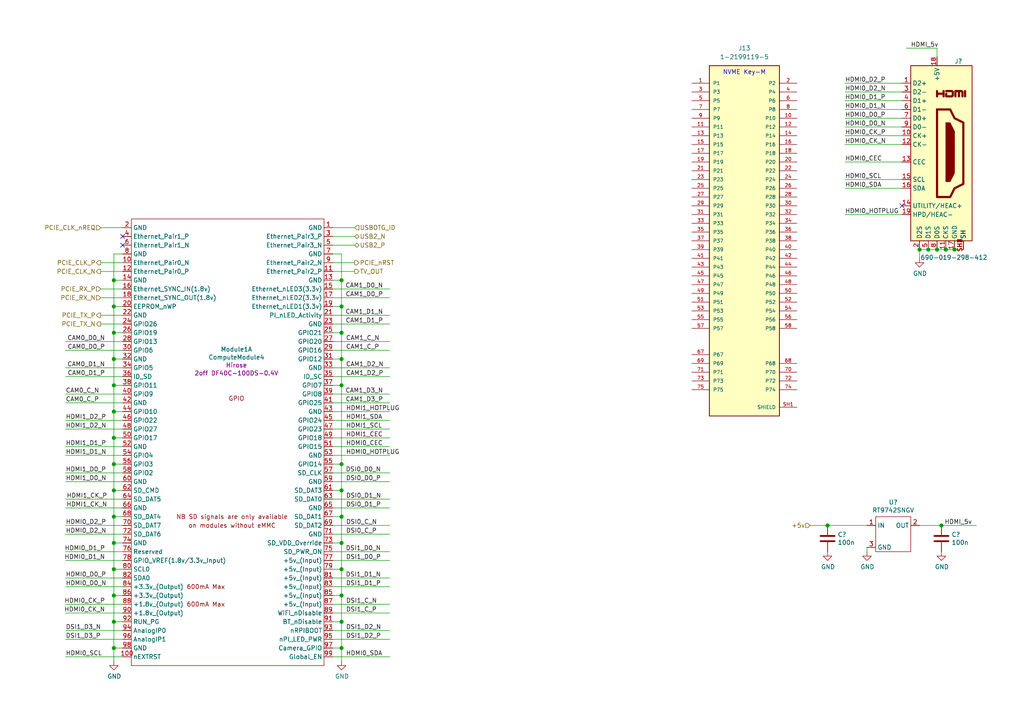
<source format=kicad_sch>
(kicad_sch (version 20250114) (generator "eeschema") (generator_version "9.0")
  (paper "A4")
  (lib_symbols
    (symbol "1-2199119-5:1-2199119-5" (pin_names (offset 1.016))
      (property "Reference" "J" (at -10.1938 51.7746 0))
      (property "Value" "1-2199119-5" (at -10.1934 -53.5506 0))
      (symbol "1-2199119-5_0_0"
        (rectangle (start -10.16 -50.8) (end 10.16 50.8) (stroke (width 0.254)) (fill (type background)))
        (pin passive line (at -15.24 45.72 0) (length 5.08) (name "P1") (number "1"))
        (pin passive line (at -15.24 43.18 0) (length 5.08) (name "P3") (number "3"))
        (pin passive line (at -15.24 40.64 0) (length 5.08) (name "P5") (number "5"))
        (pin passive line (at -15.24 38.1 0) (length 5.08) (name "P7") (number "7"))
        (pin passive line (at -15.24 35.56 0) (length 5.08) (name "P9") (number "9"))
        (pin passive line (at -15.24 33.02 0) (length 5.08) (name "P11") (number "11"))
        (pin passive line (at -15.24 30.48 0) (length 5.08) (name "P13") (number "13"))
        (pin passive line (at -15.24 27.94 0) (length 5.08) (name "P15") (number "15"))
        (pin passive line (at -15.24 25.4 0) (length 5.08) (name "P17") (number "17"))
        (pin passive line (at -15.24 22.86 0) (length 5.08) (name "P19") (number "19"))
        (pin passive line (at -15.24 20.32 0) (length 5.08) (name "P21") (number "21"))
        (pin passive line (at -15.24 17.78 0) (length 5.08) (name "P23") (number "23"))
        (pin passive line (at -15.24 15.24 0) (length 5.08) (name "P25") (number "25"))
        (pin passive line (at -15.24 12.7 0) (length 5.08) (name "P27") (number "27"))
        (pin passive line (at -15.24 10.16 0) (length 5.08) (name "P29") (number "29"))
        (pin passive line (at -15.24 7.62 0) (length 5.08) (name "P31") (number "31"))
        (pin passive line (at -15.24 5.08 0) (length 5.08) (name "P33") (number "33"))
        (pin passive line (at -15.24 2.54 0) (length 5.08) (name "P35") (number "35"))
        (pin passive line (at -15.24 0 0) (length 5.08) (name "P37") (number "37"))
        (pin passive line (at -15.24 -2.54 0) (length 5.08) (name "P39") (number "39"))
        (pin passive line (at -15.24 -5.08 0) (length 5.08) (name "P41") (number "41"))
        (pin passive line (at -15.24 -7.62 0) (length 5.08) (name "P43") (number "43"))
        (pin passive line (at -15.24 -10.16 0) (length 5.08) (name "P45") (number "45"))
        (pin passive line (at -15.24 -12.7 0) (length 5.08) (name "P47") (number "47"))
        (pin passive line (at -15.24 -15.24 0) (length 5.08) (name "P49") (number "49"))
        (pin passive line (at -15.24 -17.78 0) (length 5.08) (name "P51") (number "51"))
        (pin passive line (at -15.24 -20.32 0) (length 5.08) (name "P53") (number "53"))
        (pin passive line (at -15.24 -22.86 0) (length 5.08) (name "P55") (number "55"))
        (pin passive line (at -15.24 -25.4 0) (length 5.08) (name "P57") (number "57"))
        (pin passive line (at -15.24 -33.02 0) (length 5.08) (name "P67") (number "67"))
        (pin passive line (at -15.24 -35.56 0) (length 5.08) (name "P69") (number "69"))
        (pin passive line (at -15.24 -38.1 0) (length 5.08) (name "P71") (number "71"))
        (pin passive line (at -15.24 -40.64 0) (length 5.08) (name "P73") (number "73"))
        (pin passive line (at -15.24 -43.18 0) (length 5.08) (name "P75") (number "75"))
        (pin passive line (at 15.24 45.72 180) (length 5.08) (name "P2") (number "2"))
        (pin passive line (at 15.24 43.18 180) (length 5.08) (name "P4") (number "4"))
        (pin passive line (at 15.24 40.64 180) (length 5.08) (name "P6") (number "6"))
        (pin passive line (at 15.24 38.1 180) (length 5.08) (name "P8") (number "8"))
        (pin passive line (at 15.24 35.56 180) (length 5.08) (name "P10") (number "10"))
        (pin passive line (at 15.24 33.02 180) (length 5.08) (name "P12") (number "12"))
        (pin passive line (at 15.24 30.48 180) (length 5.08) (name "P14") (number "14"))
        (pin passive line (at 15.24 27.94 180) (length 5.08) (name "P16") (number "16"))
        (pin passive line (at 15.24 25.4 180) (length 5.08) (name "P18") (number "18"))
        (pin passive line (at 15.24 22.86 180) (length 5.08) (name "P20") (number "20"))
        (pin passive line (at 15.24 20.32 180) (length 5.08) (name "P22") (number "22"))
        (pin passive line (at 15.24 17.78 180) (length 5.08) (name "P24") (number "24"))
        (pin passive line (at 15.24 15.24 180) (length 5.08) (name "P26") (number "26"))
        (pin passive line (at 15.24 12.7 180) (length 5.08) (name "P28") (number "28"))
        (pin passive line (at 15.24 10.16 180) (length 5.08) (name "P30") (number "30"))
        (pin passive line (at 15.24 7.62 180) (length 5.08) (name "P32") (number "32"))
        (pin passive line (at 15.24 5.08 180) (length 5.08) (name "P34") (number "34"))
        (pin passive line (at 15.24 2.54 180) (length 5.08) (name "P36") (number "36"))
        (pin passive line (at 15.24 0 180) (length 5.08) (name "P38") (number "38"))
        (pin passive line (at 15.24 -2.54 180) (length 5.08) (name "P40") (number "40"))
        (pin passive line (at 15.24 -5.08 180) (length 5.08) (name "P42") (number "42"))
        (pin passive line (at 15.24 -7.62 180) (length 5.08) (name "P44") (number "44"))
        (pin passive line (at 15.24 -10.16 180) (length 5.08) (name "P46") (number "46"))
        (pin passive line (at 15.24 -12.7 180) (length 5.08) (name "P48") (number "48"))
        (pin passive line (at 15.24 -15.24 180) (length 5.08) (name "P50") (number "50"))
        (pin passive line (at 15.24 -17.78 180) (length 5.08) (name "P52") (number "52"))
        (pin passive line (at 15.24 -20.32 180) (length 5.08) (name "P54") (number "54"))
        (pin passive line (at 15.24 -22.86 180) (length 5.08) (name "P56") (number "56"))
        (pin passive line (at 15.24 -25.4 180) (length 5.08) (name "P58") (number "58"))
        (pin passive line (at 15.24 -35.56 180) (length 5.08) (name "P68") (number "68"))
        (pin passive line (at 15.24 -38.1 180) (length 5.08) (name "P70") (number "70"))
        (pin passive line (at 15.24 -40.64 180) (length 5.08) (name "P72") (number "72"))
        (pin passive line (at 15.24 -43.18 180) (length 5.08) (name "P74") (number "74"))
        (pin passive line (at 15.24 -48.26 180) (length 5.08) (name "SHIELD") (number "SH1"))
        (pin passive line (at 15.24 -48.26 180) (length 5.08) (hide yes) (name "SHIELD") (number "SH2"))
      )
    )
    (symbol "CM4IO:ComputeModule4-CM4"
      (property "Reference" "Module" (at 113.03 -68.58 0))
      (property "Value" "ComputeModule4-CM4" (at 140.97 2.54 0))
      (property "Field4" "Hirose" (at 0 0 0))
      (property "Field5" "2x DF40C-100DS-0.4V" (at 0 -2.54 0))
      (symbol "ComputeModule4-CM4_1_0"
        (text "GPIO" (at 0 6.35 0) (effects (font (size 1.27 1.27))))
      )
      (symbol "ComputeModule4-CM4_1_1"
        (rectangle (start -30.48 -71.12) (end 25.4 58.42))
        (text "600mA Max" (at -8.89 -48.26 0) (effects (font (size 1.27 1.27))))
        (text "600mA Max" (at -8.89 -53.34 0) (effects (font (size 1.27 1.27))))
        (text "NB SD signals are only available" (at -1.27 -27.94 0) (effects (font (size 1.27 1.27))))
        (text "on modules without eMMC" (at -1.27 -30.48 0) (effects (font (size 1.27 1.27))))
        (pin power_in line (at -33.02 55.88 0) (length 2.54) (name "GND") (number "2"))
        (pin passive line (at -33.02 53.34 0) (length 2.54) (name "Ethernet_Pair1_P") (number "4"))
        (pin passive line (at -33.02 50.8 0) (length 2.54) (name "Ethernet_Pair1_N") (number "6"))
        (pin power_in line (at -33.02 48.26 0) (length 2.54) (name "GND") (number "8"))
        (pin passive line (at -33.02 45.72 0) (length 2.54) (name "Ethernet_Pair0_N") (number "10"))
        (pin passive line (at -33.02 43.18 0) (length 2.54) (name "Ethernet_Pair0_P") (number "12"))
        (pin power_in line (at -33.02 40.64 0) (length 2.54) (name "GND") (number "14"))
        (pin input line (at -33.02 38.1 0) (length 2.54) (name "Ethernet_SYNC_IN(1.8v)") (number "16"))
        (pin input line (at -33.02 35.56 0) (length 2.54) (name "Ethernet_SYNC_OUT(1.8v)") (number "18"))
        (pin passive line (at -33.02 33.02 0) (length 2.54) (name "EEPROM_nWP") (number "20"))
        (pin power_in line (at -33.02 30.48 0) (length 2.54) (name "GND") (number "22"))
        (pin passive line (at -33.02 27.94 0) (length 2.54) (name "GPIO26") (number "24"))
        (pin passive line (at -33.02 25.4 0) (length 2.54) (name "GPIO19") (number "26"))
        (pin passive line (at -33.02 22.86 0) (length 2.54) (name "GPIO13") (number "28"))
        (pin passive line (at -33.02 20.32 0) (length 2.54) (name "GPIO6") (number "30"))
        (pin power_in line (at -33.02 17.78 0) (length 2.54) (name "GND") (number "32"))
        (pin passive line (at -33.02 15.24 0) (length 2.54) (name "GPIO5") (number "34"))
        (pin passive line (at -33.02 12.7 0) (length 2.54) (name "ID_SD") (number "36"))
        (pin passive line (at -33.02 10.16 0) (length 2.54) (name "GPIO11") (number "38"))
        (pin passive line (at -33.02 7.62 0) (length 2.54) (name "GPIO9") (number "40"))
        (pin power_in line (at -33.02 5.08 0) (length 2.54) (name "GND") (number "42"))
        (pin passive line (at -33.02 2.54 0) (length 2.54) (name "GPIO10") (number "44"))
        (pin passive line (at -33.02 0 0) (length 2.54) (name "GPIO22") (number "46"))
        (pin passive line (at -33.02 -2.54 0) (length 2.54) (name "GPIO27") (number "48"))
        (pin passive line (at -33.02 -5.08 0) (length 2.54) (name "GPIO17") (number "50"))
        (pin power_in line (at -33.02 -7.62 0) (length 2.54) (name "GND") (number "52"))
        (pin passive line (at -33.02 -10.16 0) (length 2.54) (name "GPIO4") (number "54"))
        (pin passive line (at -33.02 -12.7 0) (length 2.54) (name "GPIO3") (number "56"))
        (pin passive line (at -33.02 -15.24 0) (length 2.54) (name "GPIO2") (number "58"))
        (pin power_in line (at -33.02 -17.78 0) (length 2.54) (name "GND") (number "60"))
        (pin passive line (at -33.02 -20.32 0) (length 2.54) (name "SD_CMD") (number "62"))
        (pin passive line (at -33.02 -22.86 0) (length 2.54) (name "SD_DAT5") (number "64"))
        (pin power_in line (at -33.02 -25.4 0) (length 2.54) (name "GND") (number "66"))
        (pin passive line (at -33.02 -27.94 0) (length 2.54) (name "SD_DAT4") (number "68"))
        (pin passive line (at -33.02 -30.48 0) (length 2.54) (name "SD_DAT7") (number "70"))
        (pin passive line (at -33.02 -33.02 0) (length 2.54) (name "SD_DAT6") (number "72"))
        (pin power_in line (at -33.02 -35.56 0) (length 2.54) (name "GND") (number "74"))
        (pin passive line (at -33.02 -38.1 0) (length 2.54) (name "Reserved") (number "76"))
        (pin power_in line (at -33.02 -40.64 0) (length 2.54) (name "GPIO_VREF(1.8v/3.3v_Input)") (number "78"))
        (pin passive line (at -33.02 -43.18 0) (length 2.54) (name "SCL0") (number "80"))
        (pin passive line (at -33.02 -45.72 0) (length 2.54) (name "SDA0") (number "82"))
        (pin power_out line (at -33.02 -48.26 0) (length 2.54) (name "+3.3v_(Output)") (number "84"))
        (pin power_out line (at -33.02 -50.8 0) (length 2.54) (name "+3.3v_(Output)") (number "86"))
        (pin power_out line (at -33.02 -53.34 0) (length 2.54) (name "+1.8v_(Output)") (number "88"))
        (pin power_out line (at -33.02 -55.88 0) (length 2.54) (name "+1.8v_(Output)") (number "90"))
        (pin passive line (at -33.02 -58.42 0) (length 2.54) (name "RUN_PG") (number "92"))
        (pin passive line (at -33.02 -60.96 0) (length 2.54) (name "AnalogIP0") (number "94"))
        (pin passive line (at -33.02 -63.5 0) (length 2.54) (name "AnalogIP1") (number "96"))
        (pin power_in line (at -33.02 -66.04 0) (length 2.54) (name "GND") (number "98"))
        (pin output line (at -33.02 -68.58 0) (length 2.54) (name "nEXTRST") (number "100"))
        (pin power_in line (at 27.94 55.88 180) (length 2.54) (name "GND") (number "1"))
        (pin passive line (at 27.94 53.34 180) (length 2.54) (name "Ethernet_Pair3_P") (number "3"))
        (pin passive line (at 27.94 50.8 180) (length 2.54) (name "Ethernet_Pair3_N") (number "5"))
        (pin power_in line (at 27.94 48.26 180) (length 2.54) (name "GND") (number "7"))
        (pin passive line (at 27.94 45.72 180) (length 2.54) (name "Ethernet_Pair2_N") (number "9"))
        (pin passive line (at 27.94 43.18 180) (length 2.54) (name "Ethernet_Pair2_P") (number "11"))
        (pin power_in line (at 27.94 40.64 180) (length 2.54) (name "GND") (number "13"))
        (pin output line (at 27.94 38.1 180) (length 2.54) (name "Ethernet_nLED3(3.3v)") (number "15"))
        (pin output line (at 27.94 35.56 180) (length 2.54) (name "Ethernet_nLED2(3.3v)") (number "17"))
        (pin output line (at 27.94 33.02 180) (length 2.54) (name "Ethernet_nLED1(3.3v)") (number "19"))
        (pin open_collector line (at 27.94 30.48 180) (length 2.54) (name "PI_nLED_Activity") (number "21"))
        (pin power_in line (at 27.94 27.94 180) (length 2.54) (name "GND") (number "23"))
        (pin passive line (at 27.94 25.4 180) (length 2.54) (name "GPIO21") (number "25"))
        (pin passive line (at 27.94 22.86 180) (length 2.54) (name "GPIO20") (number "27"))
        (pin passive line (at 27.94 20.32 180) (length 2.54) (name "GPIO16") (number "29"))
        (pin passive line (at 27.94 17.78 180) (length 2.54) (name "GPIO12") (number "31"))
        (pin power_in line (at 27.94 15.24 180) (length 2.54) (name "GND") (number "33"))
        (pin passive line (at 27.94 12.7 180) (length 2.54) (name "ID_SC") (number "35"))
        (pin passive line (at 27.94 10.16 180) (length 2.54) (name "GPIO7") (number "37"))
        (pin passive line (at 27.94 7.62 180) (length 2.54) (name "GPIO8") (number "39"))
        (pin passive line (at 27.94 5.08 180) (length 2.54) (name "GPIO25") (number "41"))
        (pin power_in line (at 27.94 2.54 180) (length 2.54) (name "GND") (number "43"))
        (pin passive line (at 27.94 0 180) (length 2.54) (name "GPIO24") (number "45"))
        (pin passive line (at 27.94 -2.54 180) (length 2.54) (name "GPIO23") (number "47"))
        (pin passive line (at 27.94 -5.08 180) (length 2.54) (name "GPIO18") (number "49"))
        (pin passive line (at 27.94 -7.62 180) (length 2.54) (name "GPIO15") (number "51"))
        (pin power_in line (at 27.94 -10.16 180) (length 2.54) (name "GND") (number "53"))
        (pin passive line (at 27.94 -12.7 180) (length 2.54) (name "GPIO14") (number "55"))
        (pin passive line (at 27.94 -15.24 180) (length 2.54) (name "SD_CLK") (number "57"))
        (pin power_in line (at 27.94 -17.78 180) (length 2.54) (name "GND") (number "59"))
        (pin passive line (at 27.94 -20.32 180) (length 2.54) (name "SD_DAT3") (number "61"))
        (pin passive line (at 27.94 -22.86 180) (length 2.54) (name "SD_DAT0") (number "63"))
        (pin power_in line (at 27.94 -25.4 180) (length 2.54) (name "GND") (number "65"))
        (pin passive line (at 27.94 -27.94 180) (length 2.54) (name "SD_DAT1") (number "67"))
        (pin passive line (at 27.94 -30.48 180) (length 2.54) (name "SD_DAT2") (number "69"))
        (pin power_in line (at 27.94 -33.02 180) (length 2.54) (name "GND") (number "71"))
        (pin input line (at 27.94 -35.56 180) (length 2.54) (name "SD_VDD_Override") (number "73"))
        (pin output line (at 27.94 -38.1 180) (length 2.54) (name "SD_PWR_ON") (number "75"))
        (pin power_in line (at 27.94 -40.64 180) (length 2.54) (name "+5v_(Input)") (number "77"))
        (pin power_in line (at 27.94 -43.18 180) (length 2.54) (name "+5v_(Input)") (number "79"))
        (pin power_in line (at 27.94 -45.72 180) (length 2.54) (name "+5v_(Input)") (number "81"))
        (pin power_in line (at 27.94 -48.26 180) (length 2.54) (name "+5v_(Input)") (number "83"))
        (pin power_in line (at 27.94 -50.8 180) (length 2.54) (name "+5v_(Input)") (number "85"))
        (pin power_in line (at 27.94 -53.34 180) (length 2.54) (name "+5v_(Input)") (number "87"))
        (pin power_in line (at 27.94 -55.88 180) (length 2.54) (name "WiFi_nDisable") (number "89"))
        (pin power_in line (at 27.94 -58.42 180) (length 2.54) (name "BT_nDisable") (number "91"))
        (pin input line (at 27.94 -60.96 180) (length 2.54) (name "nRPIBOOT") (number "93"))
        (pin output line (at 27.94 -63.5 180) (length 2.54) (name "nPI_LED_PWR") (number "95"))
        (pin passive line (at 27.94 -66.04 180) (length 2.54) (name "Camera_GPIO") (number "97"))
        (pin input line (at 27.94 -68.58 180) (length 2.54) (name "Global_EN") (number "99"))
      )
      (symbol "ComputeModule4-CM4_2_1"
        (rectangle (start 114.3 -66.04) (end 165.1 63.5))
        (text "High Speed Serial" (at 140.97 0 0) (effects (font (size 1.27 1.27))))
        (pin input line (at 109.22 60.96 0) (length 5.08) (name "PCIe_CLK_nREQ") (number "102"))
        (pin passive line (at 109.22 58.42 0) (length 5.08) (name "Reserved") (number "104"))
        (pin passive line (at 109.22 55.88 0) (length 5.08) (name "Reserved") (number "106"))
        (pin power_in line (at 109.22 53.34 0) (length 5.08) (name "GND") (number "108"))
        (pin output line (at 109.22 50.8 0) (length 5.08) (name "PCIe_CLK_P") (number "110"))
        (pin output line (at 109.22 48.26 0) (length 5.08) (name "PCIe_CLK_N") (number "112"))
        (pin power_in line (at 109.22 45.72 0) (length 5.08) (name "GND") (number "114"))
        (pin input line (at 109.22 43.18 0) (length 5.08) (name "PCIe_RX_P") (number "116"))
        (pin input line (at 109.22 40.64 0) (length 5.08) (name "PCIe_RX_N") (number "118"))
        (pin power_in line (at 109.22 38.1 0) (length 5.08) (name "GND") (number "120"))
        (pin output line (at 109.22 35.56 0) (length 5.08) (name "PCIe_TX_P") (number "122"))
        (pin output line (at 109.22 33.02 0) (length 5.08) (name "PCIe_TX_N") (number "124"))
        (pin power_in line (at 109.22 30.48 0) (length 5.08) (name "GND") (number "126"))
        (pin input line (at 109.22 27.94 0) (length 5.08) (name "CAM0_D0_N") (number "128"))
        (pin input line (at 109.22 25.4 0) (length 5.08) (name "CAM0_D0_P") (number "130"))
        (pin power_in line (at 109.22 22.86 0) (length 5.08) (name "GND") (number "132"))
        (pin input line (at 109.22 20.32 0) (length 5.08) (name "CAM0_D1_N") (number "134"))
        (pin input line (at 109.22 17.78 0) (length 5.08) (name "CAM0_D1_P") (number "136"))
        (pin power_in line (at 109.22 15.24 0) (length 5.08) (name "GND") (number "138"))
        (pin input line (at 109.22 12.7 0) (length 5.08) (name "CAM0_C_N") (number "140"))
        (pin input line (at 109.22 10.16 0) (length 5.08) (name "CAM0_C_P") (number "142"))
        (pin power_in line (at 109.22 7.62 0) (length 5.08) (name "GND") (number "144"))
        (pin output line (at 109.22 5.08 0) (length 5.08) (name "HDMI1_TX2_P") (number "146"))
        (pin output line (at 109.22 2.54 0) (length 5.08) (name "HDMI1_TX2_N") (number "148"))
        (pin power_in line (at 109.22 0 0) (length 5.08) (name "GND") (number "150"))
        (pin output line (at 109.22 -2.54 0) (length 5.08) (name "HDMI1_TX1_P") (number "152"))
        (pin output line (at 109.22 -5.08 0) (length 5.08) (name "HDMI1_TX1_N") (number "154"))
        (pin power_in line (at 109.22 -7.62 0) (length 5.08) (name "GND") (number "156"))
        (pin output line (at 109.22 -10.16 0) (length 5.08) (name "HDMI1_TX0_P") (number "158"))
        (pin output line (at 109.22 -12.7 0) (length 5.08) (name "HDMI1_TX0_N") (number "160"))
        (pin power_in line (at 109.22 -15.24 0) (length 5.08) (name "GND") (number "162"))
        (pin output line (at 109.22 -17.78 0) (length 5.08) (name "HDMI1_CLK_P") (number "164"))
        (pin output line (at 109.22 -20.32 0) (length 5.08) (name "HDMI1_CLK_N") (number "166"))
        (pin power_in line (at 109.22 -22.86 0) (length 5.08) (name "GND") (number "168"))
        (pin output line (at 109.22 -25.4 0) (length 5.08) (name "HDMI0_TX2_P") (number "170"))
        (pin output line (at 109.22 -27.94 0) (length 5.08) (name "HDMI0_TX2_N") (number "172"))
        (pin power_in line (at 109.22 -30.48 0) (length 5.08) (name "GND") (number "174"))
        (pin output line (at 109.22 -33.02 0) (length 5.08) (name "HDMI0_TX1_P") (number "176"))
        (pin output line (at 109.22 -35.56 0) (length 5.08) (name "HDMI0_TX1_N") (number "178"))
        (pin power_in line (at 109.22 -38.1 0) (length 5.08) (name "GND") (number "180"))
        (pin output line (at 109.22 -40.64 0) (length 5.08) (name "HDMI0_TX0_P") (number "182"))
        (pin output line (at 109.22 -43.18 0) (length 5.08) (name "HDMI0_TX0_N") (number "184"))
        (pin power_in line (at 109.22 -45.72 0) (length 5.08) (name "GND") (number "186"))
        (pin output line (at 109.22 -48.26 0) (length 5.08) (name "HDMI0_CLK_P") (number "188"))
        (pin output line (at 109.22 -50.8 0) (length 5.08) (name "HDMI0_CLK_N") (number "190"))
        (pin power_in line (at 109.22 -53.34 0) (length 5.08) (name "GND") (number "192"))
        (pin output line (at 109.22 -55.88 0) (length 5.08) (name "DSI1_D3_N") (number "194"))
        (pin output line (at 109.22 -58.42 0) (length 5.08) (name "DSI1_D3_P") (number "196"))
        (pin power_in line (at 109.22 -60.96 0) (length 5.08) (name "GND") (number "198"))
        (pin open_collector line (at 109.22 -63.5 0) (length 5.08) (name "HDMI0_SCL") (number "200"))
        (pin input line (at 170.18 60.96 180) (length 5.08) (name "USB_OTG_ID") (number "101"))
        (pin passive line (at 170.18 58.42 180) (length 5.08) (name "USB2_N") (number "103"))
        (pin passive line (at 170.18 55.88 180) (length 5.08) (name "USB2_P") (number "105"))
        (pin power_in line (at 170.18 53.34 180) (length 5.08) (name "GND") (number "107"))
        (pin bidirectional line (at 170.18 50.8 180) (length 5.08) (name "PCIe_nRST") (number "109"))
        (pin passive line (at 170.18 48.26 180) (length 5.08) (name "VDAC_COMP") (number "111"))
        (pin power_in line (at 170.18 45.72 180) (length 5.08) (name "GND") (number "113"))
        (pin input line (at 170.18 43.18 180) (length 5.08) (name "CAM1_D0_N") (number "115"))
        (pin input line (at 170.18 40.64 180) (length 5.08) (name "CAM1_D0_P") (number "117"))
        (pin power_in line (at 170.18 38.1 180) (length 5.08) (name "GND") (number "119"))
        (pin input line (at 170.18 35.56 180) (length 5.08) (name "CAM1_D1_N") (number "121"))
        (pin input line (at 170.18 33.02 180) (length 5.08) (name "CAM1_D1_P") (number "123"))
        (pin power_in line (at 170.18 30.48 180) (length 5.08) (name "GND") (number "125"))
        (pin input line (at 170.18 27.94 180) (length 5.08) (name "CAM1_C_N") (number "127"))
        (pin input line (at 170.18 25.4 180) (length 5.08) (name "CAM1_C_P") (number "129"))
        (pin power_in line (at 170.18 22.86 180) (length 5.08) (name "GND") (number "131"))
        (pin input line (at 170.18 20.32 180) (length 5.08) (name "CAM1_D2_N") (number "133"))
        (pin input line (at 170.18 17.78 180) (length 5.08) (name "CAM1_D2_P") (number "135"))
        (pin power_in line (at 170.18 15.24 180) (length 5.08) (name "GND") (number "137"))
        (pin input line (at 170.18 12.7 180) (length 5.08) (name "CAM1_D3_N") (number "139"))
        (pin input line (at 170.18 10.16 180) (length 5.08) (name "CAM1_D3_P") (number "141"))
        (pin input line (at 170.18 7.62 180) (length 5.08) (name "HDMI1_HOTPLUG") (number "143"))
        (pin bidirectional line (at 170.18 5.08 180) (length 5.08) (name "HDMI1_SDA") (number "145"))
        (pin open_collector line (at 170.18 2.54 180) (length 5.08) (name "HDMI1_SCL") (number "147"))
        (pin open_collector line (at 170.18 0 180) (length 5.08) (name "HDMI1_CEC") (number "149"))
        (pin open_collector line (at 170.18 -2.54 180) (length 5.08) (name "HDMI0_CEC") (number "151"))
        (pin input line (at 170.18 -5.08 180) (length 5.08) (name "HDMI0_HOTPLUG") (number "153"))
        (pin power_in line (at 170.18 -7.62 180) (length 5.08) (name "GND") (number "155"))
        (pin output line (at 170.18 -10.16 180) (length 5.08) (name "DSI0_D0_N") (number "157"))
        (pin output line (at 170.18 -12.7 180) (length 5.08) (name "DSI0_D0_P") (number "159"))
        (pin power_in line (at 170.18 -15.24 180) (length 5.08) (name "GND") (number "161"))
        (pin output line (at 170.18 -17.78 180) (length 5.08) (name "DSI0_D1_N") (number "163"))
        (pin output line (at 170.18 -20.32 180) (length 5.08) (name "DSI0_D1_P") (number "165"))
        (pin power_in line (at 170.18 -22.86 180) (length 5.08) (name "GND") (number "167"))
        (pin output line (at 170.18 -25.4 180) (length 5.08) (name "DSI0_C_N") (number "169"))
        (pin output line (at 170.18 -27.94 180) (length 5.08) (name "DSI0_C_P") (number "171"))
        (pin power_in line (at 170.18 -30.48 180) (length 5.08) (name "GND") (number "173"))
        (pin output line (at 170.18 -33.02 180) (length 5.08) (name "DSI1_D0_N") (number "175"))
        (pin output line (at 170.18 -35.56 180) (length 5.08) (name "DSI1_D0_P") (number "177"))
        (pin power_in line (at 170.18 -38.1 180) (length 5.08) (name "GND") (number "179"))
        (pin output line (at 170.18 -40.64 180) (length 5.08) (name "DSI1_D1_N") (number "181"))
        (pin output line (at 170.18 -43.18 180) (length 5.08) (name "DSI1_D1_P") (number "183"))
        (pin power_in line (at 170.18 -45.72 180) (length 5.08) (name "GND") (number "185"))
        (pin output line (at 170.18 -48.26 180) (length 5.08) (name "DSI1_C_N") (number "187"))
        (pin output line (at 170.18 -50.8 180) (length 5.08) (name "DSI1_C_P") (number "189"))
        (pin power_in line (at 170.18 -53.34 180) (length 5.08) (name "GND") (number "191"))
        (pin output line (at 170.18 -55.88 180) (length 5.08) (name "DSI1_D2_N") (number "193"))
        (pin output line (at 170.18 -58.42 180) (length 5.08) (name "DSI1_D2_P") (number "195"))
        (pin power_in line (at 170.18 -60.96 180) (length 5.08) (name "GND") (number "197"))
        (pin bidirectional line (at 170.18 -63.5 180) (length 5.08) (name "HDMI0_SDA") (number "199"))
      )
    )
    (symbol "CM4IO:HDMI_A_1.4"
      (property "Reference" "J" (at -6.35 26.67 0))
      (property "Value" "HDMI_A_1.4" (at 10.16 26.67 0))
      (symbol "HDMI_A_1.4_0_0"
        (polyline (pts (xy 0 16.51) (xy 0 18.034) (xy 0 17.272) (xy 1.905 17.272) (xy 1.905 18.034) (xy 1.905 16.51)) (stroke (width 0.635)))
        (polyline (pts (xy 2.667 18.034) (xy 4.318 18.034) (xy 4.572 17.78) (xy 4.572 16.764) (xy 4.318 16.51) (xy 2.667 16.51) (xy 2.667 17.272)) (stroke (width 0.635)))
        (polyline (pts (xy 8.128 16.51) (xy 8.128 18.034)) (stroke (width 0.635)))
        (pin passive line (at 7.62 -27.94 90) (length 2.54) (name "SH") (number "SH2"))
        (pin passive line (at 7.62 -27.94 90) (length 2.54) (name "SH") (number "SH3"))
        (pin passive line (at 7.62 -27.94 90) (length 2.54) (name "SH") (number "SH4"))
      )
      (symbol "HDMI_A_1.4_0_1"
        (rectangle (start -7.62 25.4) (end 10.16 -25.4) (stroke (width 0.254)) (fill (type background)))
        (polyline (pts (xy 0 12.7) (xy 0 -12.7) (xy 3.81 -12.7) (xy 5.08 -10.16) (xy 7.62 -8.89) (xy 7.62 8.89) (xy 5.08 10.16) (xy 3.81 12.7) (xy 0 12.7)) (stroke (width 0.635)))
        (polyline (pts (xy 2.54 8.89) (xy 3.81 8.89) (xy 5.08 6.35) (xy 5.08 -5.715) (xy 3.81 -8.255) (xy 2.54 -8.255) (xy 2.54 8.89)) (fill (type outline)))
        (polyline (pts (xy 5.334 16.51) (xy 5.334 18.034) (xy 6.35 18.034) (xy 6.35 16.51) (xy 6.35 18.034) (xy 7.112 18.034) (xy 7.366 17.78) (xy 7.366 16.51)) (stroke (width 0.635)))
      )
      (symbol "HDMI_A_1.4_1_1"
        (pin passive line (at -10.16 20.32 0) (length 2.54) (name "D2+") (number "1"))
        (pin passive line (at -10.16 17.78 0) (length 2.54) (name "D2-") (number "3"))
        (pin passive line (at -10.16 15.24 0) (length 2.54) (name "D1+") (number "4"))
        (pin passive line (at -10.16 12.7 0) (length 2.54) (name "D1-") (number "6"))
        (pin passive line (at -10.16 10.16 0) (length 2.54) (name "D0+") (number "7"))
        (pin passive line (at -10.16 7.62 0) (length 2.54) (name "D0-") (number "9"))
        (pin passive line (at -10.16 5.08 0) (length 2.54) (name "CK+") (number "10"))
        (pin passive line (at -10.16 2.54 0) (length 2.54) (name "CK-") (number "12"))
        (pin bidirectional line (at -10.16 -2.54 0) (length 2.54) (name "CEC") (number "13"))
        (pin passive line (at -10.16 -7.62 0) (length 2.54) (name "SCL") (number "15"))
        (pin bidirectional line (at -10.16 -10.16 0) (length 2.54) (name "SDA") (number "16"))
        (pin passive line (at -10.16 -15.24 0) (length 2.54) (name "UTILITY/HEAC+") (number "14"))
        (pin passive line (at -10.16 -17.78 0) (length 2.54) (name "HPD/HEAC-") (number "19"))
        (pin power_in line (at -5.08 -27.94 90) (length 2.54) (name "D2S") (number "2"))
        (pin power_in line (at -2.54 -27.94 90) (length 2.54) (name "D1S") (number "5"))
        (pin power_in line (at 0 27.94 270) (length 2.54) (name "+5V") (number "18"))
        (pin power_in line (at 0 -27.94 90) (length 2.54) (name "D0S") (number "8"))
        (pin power_in line (at 2.54 -27.94 90) (length 2.54) (name "CKS") (number "11"))
        (pin power_in line (at 5.08 -27.94 90) (length 2.54) (name "GND") (number "17"))
        (pin passive line (at 7.62 -27.94 90) (length 2.54) (name "SH") (number "SH1"))
      )
    )
    (symbol "CM4IO:RT9742SNGV"
      (property "Reference" "U12" (at 2.54 10.541 0))
      (property "Value" "RT9742SNGV" (at 2.54 8.2296 0))
      (symbol "RT9742SNGV_0_1"
        (rectangle (start -2.54 6.35) (end 7.62 -3.81))
      )
      (symbol "RT9742SNGV_1_1"
        (pin power_in line (at -5.08 3.81 0) (length 2.54) (name "IN") (number "1"))
        (pin power_in line (at -5.08 -2.54 0) (length 2.54) (name "GND") (number "3"))
        (pin output line (at 10.16 3.81 180) (length 2.54) (name "OUT") (number "2"))
      )
    )
    (symbol "Device:C" (pin_numbers (hide yes)) (pin_names (offset 0.254))
      (property "Reference" "C" (at 0.635 2.54 0))
      (property "Value" "C" (at 0.635 -2.54 0))
      (symbol "C_0_1"
        (polyline (pts (xy -2.032 0.762) (xy 2.032 0.762)) (stroke (width 0.508)))
        (polyline (pts (xy -2.032 -0.762) (xy 2.032 -0.762)) (stroke (width 0.508)))
      )
      (symbol "C_1_1"
        (pin passive line (at 0 3.81 270) (length 2.794) (name "~") (number "1"))
        (pin passive line (at 0 -3.81 90) (length 2.794) (name "~") (number "2"))
      )
    )
    (symbol "power:GND" (power) (pin_names (offset 0))
      (property "Value" "GND" (at 0 -3.81 0))
      (symbol "GND_0_1"
        (polyline (pts (xy 0 0) (xy 0 -1.27) (xy 1.27 -1.27) (xy 0 -2.54) (xy -1.27 -1.27) (xy 0 -1.27)))
      )
      (symbol "GND_1_1"
        (pin power_in line (at 0 0 270) (length 0) (hide yes) (name "GND") (number "1"))
      )
    )
  )
  (text "NVME Key-M" (at 215.9 21.082 0) (effects (font (size 1.27 1.27))))
  (junction (at 99.06 81.28) (diameter 1.016))
  (junction (at 33.02 172.72) (diameter 1.016))
  (junction (at 240.03 152.4) (diameter 1.016))
  (junction (at 99.06 165.1) (diameter 1.016))
  (junction (at 276.86 72.39) (diameter 1.016))
  (junction (at 33.02 157.48) (diameter 1.016))
  (junction (at 99.06 111.76) (diameter 1.016))
  (junction (at 33.02 165.1) (diameter 1.016))
  (junction (at 99.06 96.52) (diameter 1.016))
  (junction (at 271.78 72.39) (diameter 1.016))
  (junction (at 99.06 134.62) (diameter 1.016))
  (junction (at 99.06 88.9) (diameter 1.016))
  (junction (at 33.02 149.86) (diameter 1.016))
  (junction (at 99.06 172.72) (diameter 1.016))
  (junction (at 33.02 96.52) (diameter 1.016))
  (junction (at 99.06 187.96) (diameter 1.016))
  (junction (at 33.02 187.96) (diameter 1.016))
  (junction (at 33.02 119.38) (diameter 1.016))
  (junction (at 33.02 88.9) (diameter 1.016))
  (junction (at 33.02 111.76) (diameter 1.016))
  (junction (at 99.06 149.86) (diameter 1.016))
  (junction (at 33.02 81.28) (diameter 1.016))
  (junction (at 33.02 180.34) (diameter 1.016))
  (junction (at 269.24 72.39) (diameter 1.016))
  (junction (at 33.02 142.24) (diameter 1.016))
  (junction (at 273.05 152.4) (diameter 1.016))
  (junction (at 99.06 104.14) (diameter 1.016))
  (junction (at 274.32 72.39) (diameter 1.016))
  (junction (at 33.02 104.14) (diameter 1.016))
  (junction (at 266.7 72.39) (diameter 1.016))
  (junction (at 99.06 180.34) (diameter 1.016))
  (junction (at 33.02 127) (diameter 1.016))
  (junction (at 99.06 157.48) (diameter 1.016))
  (junction (at 33.02 134.62) (diameter 1.016))
  (junction (at 99.06 142.24) (diameter 1.016))
  (no_connect (at 35.56 68.58))
  (no_connect (at 261.62 59.69))
  (no_connect (at 35.56 71.12))
  (wire (pts (xy 35.56 73.66) (xy 33.02 73.66)))
  (wire (pts (xy 35.56 101.6) (xy 19.05 101.6)))
  (wire (pts (xy 29.21 66.04) (xy 35.56 66.04)))
  (wire (pts (xy 19.05 182.88) (xy 35.56 182.88)))
  (wire (pts (xy 33.02 180.34) (xy 33.02 187.96)))
  (wire (pts (xy 96.52 88.9) (xy 99.06 88.9)))
  (wire (pts (xy 245.11 34.29) (xy 261.62 34.29)))
  (wire (pts (xy 273.05 152.4) (xy 283.21 152.4)))
  (wire (pts (xy 35.56 99.06) (xy 19.05 99.06)))
  (wire (pts (xy 113.03 137.16) (xy 96.52 137.16)))
  (wire (pts (xy 35.56 86.36) (xy 29.21 86.36)))
  (wire (pts (xy 96.52 142.24) (xy 99.06 142.24)))
  (wire (pts (xy 245.11 41.91) (xy 261.62 41.91)))
  (wire (pts (xy 33.02 111.76) (xy 33.02 119.38)))
  (wire (pts (xy 96.52 144.78) (xy 113.03 144.78)))
  (wire (pts (xy 96.52 119.38) (xy 113.03 119.38)))
  (wire (pts (xy 19.05 170.18) (xy 35.56 170.18)))
  (wire (pts (xy 113.03 83.82) (xy 96.52 83.82)))
  (wire (pts (xy 33.02 104.14) (xy 35.56 104.14)))
  (wire (pts (xy 29.21 91.44) (xy 35.56 91.44)))
  (wire (pts (xy 102.87 66.04) (xy 96.52 66.04)))
  (wire (pts (xy 113.03 139.7) (xy 96.52 139.7)))
  (wire (pts (xy 33.02 172.72) (xy 35.56 172.72)))
  (wire (pts (xy 96.52 177.8) (xy 113.03 177.8)))
  (wire (pts (xy 96.52 157.48) (xy 99.06 157.48)))
  (wire (pts (xy 29.21 76.2) (xy 35.56 76.2)))
  (wire (pts (xy 35.56 177.8) (xy 19.05 177.8)))
  (wire (pts (xy 33.02 96.52) (xy 33.02 104.14)))
  (wire (pts (xy 96.52 190.5) (xy 113.03 190.5)))
  (wire (pts (xy 245.11 39.37) (xy 261.62 39.37)))
  (wire (pts (xy 96.52 127) (xy 113.03 127)))
  (wire (pts (xy 35.56 160.02) (xy 19.05 160.02)))
  (wire (pts (xy 113.03 162.56) (xy 96.52 162.56)))
  (wire (pts (xy 33.02 127) (xy 33.02 134.62)))
  (wire (pts (xy 113.03 170.18) (xy 96.52 170.18)))
  (wire (pts (xy 274.32 72.39) (xy 276.86 72.39)))
  (wire (pts (xy 35.56 187.96) (xy 33.02 187.96)))
  (wire (pts (xy 19.05 129.54) (xy 35.56 129.54)))
  (wire (pts (xy 99.06 157.48) (xy 99.06 165.1)))
  (wire (pts (xy 35.56 180.34) (xy 33.02 180.34)))
  (wire (pts (xy 96.52 111.76) (xy 99.06 111.76)))
  (wire (pts (xy 99.06 111.76) (xy 99.06 134.62)))
  (wire (pts (xy 35.56 109.22) (xy 19.05 109.22)))
  (wire (pts (xy 33.02 172.72) (xy 33.02 180.34)))
  (wire (pts (xy 96.52 175.26) (xy 113.03 175.26)))
  (wire (pts (xy 96.52 78.74) (xy 102.87 78.74)))
  (wire (pts (xy 33.02 157.48) (xy 35.56 157.48)))
  (wire (pts (xy 245.11 31.75) (xy 261.62 31.75)))
  (wire (pts (xy 113.03 93.98) (xy 96.52 93.98)))
  (wire (pts (xy 96.52 99.06) (xy 113.03 99.06)))
  (wire (pts (xy 33.02 96.52) (xy 35.56 96.52)))
  (wire (pts (xy 33.02 134.62) (xy 35.56 134.62)))
  (wire (pts (xy 35.56 162.56) (xy 19.05 162.56)))
  (wire (pts (xy 96.52 185.42) (xy 113.03 185.42)))
  (wire (pts (xy 96.52 152.4) (xy 113.03 152.4)))
  (wire (pts (xy 19.05 137.16) (xy 35.56 137.16)))
  (wire (pts (xy 96.52 121.92) (xy 113.03 121.92)))
  (wire (pts (xy 96.52 172.72) (xy 99.06 172.72)))
  (wire (pts (xy 29.21 78.74) (xy 35.56 78.74)))
  (wire (pts (xy 269.24 72.39) (xy 271.78 72.39)))
  (wire (pts (xy 19.05 154.94) (xy 35.56 154.94)))
  (wire (pts (xy 271.78 13.97) (xy 271.78 16.51)))
  (wire (pts (xy 271.78 72.39) (xy 274.32 72.39)))
  (wire (pts (xy 113.03 116.84) (xy 96.52 116.84)))
  (wire (pts (xy 276.86 72.39) (xy 279.4 72.39)))
  (wire (pts (xy 19.05 167.64) (xy 35.56 167.64)))
  (wire (pts (xy 113.03 160.02) (xy 96.52 160.02)))
  (wire (pts (xy 266.7 72.39) (xy 266.7 74.93)))
  (wire (pts (xy 33.02 81.28) (xy 35.56 81.28)))
  (wire (pts (xy 96.52 134.62) (xy 99.06 134.62)))
  (wire (pts (xy 245.11 54.61) (xy 261.62 54.61)))
  (wire (pts (xy 99.06 134.62) (xy 99.06 142.24)))
  (wire (pts (xy 113.03 86.36) (xy 96.52 86.36)))
  (wire (pts (xy 33.02 149.86) (xy 33.02 157.48)))
  (wire (pts (xy 33.02 157.48) (xy 33.02 165.1)))
  (wire (pts (xy 234.95 152.4) (xy 240.03 152.4)))
  (wire (pts (xy 99.06 88.9) (xy 99.06 81.28)))
  (wire (pts (xy 96.52 106.68) (xy 113.03 106.68)))
  (wire (pts (xy 96.52 76.2) (xy 102.87 76.2)))
  (wire (pts (xy 245.11 36.83) (xy 261.62 36.83)))
  (wire (pts (xy 33.02 149.86) (xy 35.56 149.86)))
  (wire (pts (xy 99.06 172.72) (xy 99.06 180.34)))
  (wire (pts (xy 96.52 147.32) (xy 113.03 147.32)))
  (wire (pts (xy 33.02 127) (xy 35.56 127)))
  (wire (pts (xy 33.02 81.28) (xy 33.02 88.9)))
  (wire (pts (xy 99.06 149.86) (xy 99.06 157.48)))
  (wire (pts (xy 96.52 81.28) (xy 99.06 81.28)))
  (wire (pts (xy 99.06 142.24) (xy 99.06 149.86)))
  (wire (pts (xy 99.06 81.28) (xy 99.06 73.66)))
  (wire (pts (xy 96.52 101.6) (xy 113.03 101.6)))
  (wire (pts (xy 240.03 152.4) (xy 251.46 152.4)))
  (wire (pts (xy 113.03 91.44) (xy 96.52 91.44)))
  (wire (pts (xy 33.02 88.9) (xy 35.56 88.9)))
  (wire (pts (xy 35.56 106.68) (xy 19.05 106.68)))
  (wire (pts (xy 96.52 71.12) (xy 102.87 71.12)))
  (wire (pts (xy 33.02 111.76) (xy 35.56 111.76)))
  (wire (pts (xy 96.52 182.88) (xy 113.03 182.88)))
  (wire (pts (xy 266.7 152.4) (xy 273.05 152.4)))
  (wire (pts (xy 99.06 180.34) (xy 99.06 187.96)))
  (wire (pts (xy 33.02 119.38) (xy 33.02 127)))
  (wire (pts (xy 251.46 158.75) (xy 251.46 160.02)))
  (wire (pts (xy 19.05 114.3) (xy 35.56 114.3)))
  (wire (pts (xy 245.11 46.99) (xy 261.62 46.99)))
  (wire (pts (xy 35.56 83.82) (xy 29.21 83.82)))
  (wire (pts (xy 19.05 121.92) (xy 35.56 121.92)))
  (wire (pts (xy 96.52 132.08) (xy 113.03 132.08)))
  (wire (pts (xy 245.11 52.07) (xy 261.62 52.07)))
  (wire (pts (xy 99.06 165.1) (xy 99.06 172.72)))
  (wire (pts (xy 96.52 104.14) (xy 99.06 104.14)))
  (wire (pts (xy 19.05 124.46) (xy 35.56 124.46)))
  (wire (pts (xy 19.05 132.08) (xy 35.56 132.08)))
  (wire (pts (xy 33.02 142.24) (xy 33.02 149.86)))
  (wire (pts (xy 19.05 152.4) (xy 35.56 152.4)))
  (wire (pts (xy 35.56 144.78) (xy 19.05 144.78)))
  (wire (pts (xy 33.02 88.9) (xy 33.02 96.52)))
  (wire (pts (xy 96.52 124.46) (xy 113.03 124.46)))
  (wire (pts (xy 99.06 104.14) (xy 99.06 96.52)))
  (wire (pts (xy 19.05 139.7) (xy 35.56 139.7)))
  (wire (pts (xy 99.06 73.66) (xy 96.52 73.66)))
  (wire (pts (xy 96.52 96.52) (xy 99.06 96.52)))
  (wire (pts (xy 35.56 147.32) (xy 19.05 147.32)))
  (wire (pts (xy 96.52 109.22) (xy 113.03 109.22)))
  (wire (pts (xy 99.06 187.96) (xy 99.06 191.77)))
  (wire (pts (xy 33.02 104.14) (xy 33.02 111.76)))
  (wire (pts (xy 96.52 68.58) (xy 102.87 68.58)))
  (wire (pts (xy 245.11 29.21) (xy 261.62 29.21)))
  (wire (pts (xy 33.02 165.1) (xy 35.56 165.1)))
  (wire (pts (xy 35.56 175.26) (xy 19.05 175.26)))
  (wire (pts (xy 33.02 134.62) (xy 33.02 142.24)))
  (wire (pts (xy 29.21 93.98) (xy 35.56 93.98)))
  (wire (pts (xy 19.05 116.84) (xy 35.56 116.84)))
  (wire (pts (xy 33.02 187.96) (xy 33.02 191.77)))
  (wire (pts (xy 245.11 62.23) (xy 261.62 62.23)))
  (wire (pts (xy 33.02 142.24) (xy 35.56 142.24)))
  (wire (pts (xy 19.05 185.42) (xy 35.56 185.42)))
  (wire (pts (xy 99.06 96.52) (xy 99.06 88.9)))
  (wire (pts (xy 96.52 180.34) (xy 99.06 180.34)))
  (wire (pts (xy 113.03 167.64) (xy 96.52 167.64)))
  (wire (pts (xy 96.52 165.1) (xy 99.06 165.1)))
  (wire (pts (xy 96.52 129.54) (xy 113.03 129.54)))
  (wire (pts (xy 113.03 114.3) (xy 96.52 114.3)))
  (wire (pts (xy 33.02 165.1) (xy 33.02 172.72)))
  (wire (pts (xy 245.11 24.13) (xy 261.62 24.13)))
  (wire (pts (xy 96.52 154.94) (xy 113.03 154.94)))
  (wire (pts (xy 245.11 26.67) (xy 261.62 26.67)))
  (wire (pts (xy 266.7 72.39) (xy 269.24 72.39)))
  (wire (pts (xy 96.52 149.86) (xy 99.06 149.86)))
  (wire (pts (xy 19.05 190.5) (xy 35.56 190.5)))
  (wire (pts (xy 33.02 73.66) (xy 33.02 81.28)))
  (wire (pts (xy 262.89 13.97) (xy 271.78 13.97)))
  (wire (pts (xy 33.02 119.38) (xy 35.56 119.38)))
  (wire (pts (xy 96.52 187.96) (xy 99.06 187.96)))
  (wire (pts (xy 99.06 111.76) (xy 99.06 104.14)))
  (label "DSI1_D3_N" (at 19.05 182.88 0))
  (label "HDMI1_HOTPLUG" (at 100.33 119.38 0))
  (label "CAM1_D0_N" (at 111.125 83.82 180))
  (label "HDMI0_D2_N" (at 245.11 26.67 0))
  (label "HDMI0_CK_P" (at 245.11 39.37 0))
  (label "CAM1_D2_N" (at 100.33 106.68 0))
  (label "HDMI1_CK_N" (at 31.115 147.32 180))
  (label "DSI1_D2_P" (at 100.33 185.42 0))
  (label "CAM1_C_P" (at 100.33 101.6 0))
  (label "HDMI0_D0_P" (at 245.11 34.29 0))
  (label "CAM0_D1_P" (at 30.48 109.22 180))
  (label "HDMI0_D0_N" (at 19.05 170.18 0))
  (label "HDMI0_D1_P" (at 245.11 29.21 0))
  (label "HDMI0_SCL" (at 19.05 190.5 0))
  (label "HDMI0_SDA" (at 100.33 190.5 0))
  (label "DSI0_C_N" (at 100.33 152.4 0))
  (label "CAM1_C_N" (at 100.33 99.06 0))
  (label "HDMI0_CEC" (at 100.33 129.54 0))
  (label "HDMI1_D2_P" (at 19.05 121.92 0))
  (label "HDMI1_D0_P" (at 19.05 137.16 0))
  (label "HDMI1_CEC" (at 100.33 127 0))
  (label "HDMI1_D1_P" (at 19.05 129.54 0))
  (label "CAM1_D2_P" (at 100.33 109.22 0))
  (label "CAM1_D3_N" (at 111.125 114.3 180))
  (label "DSI0_D1_P" (at 100.33 147.32 0))
  (label "DSI1_D1_N" (at 110.49 167.64 180))
  (label "HDMI0_D1_N" (at 30.48 162.56 180))
  (label "HDMI1_SCL" (at 100.33 124.46 0))
  (label "HDMI0_D0_P" (at 19.05 167.64 0))
  (label "CAM1_D3_P" (at 111.125 116.84 180))
  (label "HDMI0_D1_N" (at 245.11 31.75 0))
  (label "DSI0_D1_N" (at 100.33 144.78 0))
  (label "CAM0_C_P" (at 19.05 116.84 0))
  (label "DSI1_D2_N" (at 100.33 182.88 0))
  (label "CAM1_D0_P" (at 111.125 86.36 180))
  (label "HDMI0_HOTPLUG" (at 245.11 62.23 0))
  (label "HDMI_5v" (at 264.16 13.97 0))
  (label "CAM0_C_N" (at 19.05 114.3 0))
  (label "CAM0_D0_P" (at 30.48 101.6 180))
  (label "DSI0_D0_N" (at 110.49 137.16 180))
  (label "DSI1_D0_N" (at 110.49 160.02 180))
  (label "CAM1_D1_N" (at 111.125 91.44 180))
  (label "HDMI0_D2_P" (at 245.11 24.13 0))
  (label "CAM1_D1_P" (at 111.125 93.98 180))
  (label "HDMI1_D1_N" (at 19.05 132.08 0))
  (label "HDMI0_HOTPLUG" (at 100.33 132.08 0))
  (label "HDMI1_D0_N" (at 19.05 139.7 0))
  (label "DSI1_D0_P" (at 110.49 162.56 180))
  (label "DSI0_D0_P" (at 110.49 139.7 180))
  (label "DSI1_C_P" (at 100.33 177.8 0))
  (label "DSI1_C_N" (at 100.33 175.26 0))
  (label "HDMI0_CK_N" (at 245.11 41.91 0))
  (label "HDMI0_CEC" (at 245.11 46.99 0))
  (label "DSI1_D1_P" (at 110.49 170.18 180))
  (label "HDMI0_D1_P" (at 30.48 160.02 180))
  (label "HDMI0_D2_P" (at 19.05 152.4 0))
  (label "HDMI_5v" (at 281.94 152.4 180))
  (label "HDMI1_SDA" (at 100.33 121.92 0))
  (label "HDMI0_SCL" (at 245.11 52.07 0))
  (label "HDMI0_D2_N" (at 19.05 154.94 0))
  (label "HDMI1_CK_P" (at 31.115 144.78 180))
  (label "HDMI0_D0_N" (at 245.11 36.83 0))
  (label "CAM0_D0_N" (at 30.48 99.06 180))
  (label "HDMI0_CK_P" (at 30.48 175.26 180))
  (label "HDMI1_D2_N" (at 19.05 124.46 0))
  (label "DSI0_C_P" (at 100.33 154.94 0))
  (label "HDMI0_SDA" (at 245.11 54.61 0))
  (label "CAM0_D1_N" (at 30.48 106.68 180))
  (label "HDMI0_CK_N" (at 30.48 177.8 180))
  (label "DSI1_D3_P" (at 19.05 185.42 0))
  (hierarchical_label "PCIE_TX_N" (shape output) (at 29.21 93.98 180))
  (hierarchical_label "PCIE_CLK_nREQ" (shape input) (at 29.21 66.04 180))
  (hierarchical_label "PCIE_nRST" (shape output) (at 102.87 76.2 0))
  (hierarchical_label "USBOTG_ID" (shape input) (at 102.87 66.04 0))
  (hierarchical_label "PCIE_RX_N" (shape input) (at 29.21 86.36 180))
  (hierarchical_label "PCIE_CLK_N" (shape output) (at 29.21 78.74 180))
  (hierarchical_label "PCIE_CLK_P" (shape output) (at 29.21 76.2 180))
  (hierarchical_label "TV_OUT" (shape output) (at 102.87 78.74 0))
  (hierarchical_label "+5v" (shape input) (at 234.95 152.4 180))
  (hierarchical_label "PCIE_TX_P" (shape output) (at 29.21 91.44 180))
  (hierarchical_label "PCIE_RX_P" (shape input) (at 29.21 83.82 180))
  (hierarchical_label "USB2_P" (shape bidirectional) (at 102.87 71.12 0))
  (hierarchical_label "USB2_N" (shape bidirectional) (at 102.87 68.58 0))
  (symbol (lib_id "power:GND") (at 266.7 74.93 0) (unit 1)
    (property "Reference" "#PWR?" (effects (hide yes)))
    (property "Value" "GND" (at 266.827 79.3242 0))
  )
  (symbol (lib_id "CM4IO:HDMI_A_1.4") (at 271.78 44.45 0) (unit 1)
    (property "Reference" "J?" (at 276.86 17.78 0) (effects (justify left)))
    (property "Value" "690-019-298-412" (at 266.954 74.676 0) (effects (justify left)))
    (property "Footprint" "CM4IO:EDAC 690-019-298-412" (effects (hide yes)))
    (property "Datasheet" "https://www.tme.eu/Document/f15dffbcfad8545e17826f72d36911c8/206A-SEAN-R03.pdf" (effects (hide yes)))
    (property "Field4" "Farnell" (effects (hide yes)))
    (property "Field5" "2614936" (effects (hide yes)))
    (property "Field6" "690-019-298-412" (effects (hide yes)))
    (property "Field7" "EDAC" (effects (hide yes)))
    (property "Part Description" "HDMI Connector, Right Angle, 19 Contacts, Receptacle, Surface Mount, Surface Mount Right Angle" (effects (hide yes)))
    (property "Field8" "UCON00802" (effects (hide yes)))
  )
  (symbol (lib_id "Device:C") (at 273.05 156.21 0) (unit 1)
    (property "Reference" "C?" (at 275.971 155.0416 0) (effects (justify left)))
    (property "Value" "100n" (at 275.971 157.353 0) (effects (justify left)))
    (property "Footprint" "Capacitor_SMD:C_0402_1005Metric" (effects (hide yes)))
    (property "Datasheet" "https://search.murata.co.jp/Ceramy/image/img/A01X/G101/ENG/GRM155R71C104KA88-01.pdf" (effects (hide yes)))
    (property "Field4" "Farnell" (effects (hide yes)))
    (property "Field5" "2611911" (effects (hide yes)))
    (property "Field6" "RM EMK105 B7104KV-F" (effects (hide yes)))
    (property "Field7" "TAIYO YUDEN EUROPE GMBH" (effects (hide yes)))
    (property "Part Description" "	0.1uF 10% 16V Ceramic Capacitor X7R 0402 (1005 Metric)" (effects (hide yes)))
    (property "Field8" "110091611" (effects (hide yes)))
  )
  (symbol (lib_id "Device:C") (at 240.03 156.21 0) (unit 1)
    (property "Reference" "C?" (at 242.951 155.0416 0) (effects (justify left)))
    (property "Value" "100n" (at 242.951 157.353 0) (effects (justify left)))
    (property "Footprint" "Capacitor_SMD:C_0402_1005Metric" (effects (hide yes)))
    (property "Datasheet" "https://search.murata.co.jp/Ceramy/image/img/A01X/G101/ENG/GRM155R71C104KA88-01.pdf" (effects (hide yes)))
    (property "Field4" "Farnell" (effects (hide yes)))
    (property "Field5" "2611911" (effects (hide yes)))
    (property "Field6" "RM EMK105 B7104KV-F" (effects (hide yes)))
    (property "Field7" "TAIYO YUDEN EUROPE GMBH" (effects (hide yes)))
    (property "Part Description" "	0.1uF 10% 16V Ceramic Capacitor X7R 0402 (1005 Metric)" (effects (hide yes)))
    (property "Field8" "110091611" (effects (hide yes)))
  )
  (symbol (lib_id "CM4IO:RT9742SNGV") (at 256.54 156.21 0) (unit 1)
    (property "Reference" "U?" (at 259.08 145.669 0))
    (property "Value" "RT9742SNGV" (at 259.08 147.9804 0))
    (property "Footprint" "Package_TO_SOT_SMD:SOT-23" (effects (hide yes)))
    (property "Datasheet" "https://www.richtek.com/assets/product_file/RT9742/DS9742-09.pdf" (effects (hide yes)))
    (property "Field4" "Farnell" (effects (hide yes)))
    (property "Field5" "2575555" (effects (hide yes)))
    (property "Field6" "RT9742SNGV" (effects (hide yes)))
    (property "Field7" "RichTek" (effects (hide yes)))
    (property "Part Description" "Power Switch/Driver 1:1 N-Channel 500mA SOT-23-3" (effects (hide yes)))
    (property "Field8" "USWI00155" (effects (hide yes)))
  )
  (symbol (lib_id "power:GND") (at 273.05 160.02 0) (unit 1)
    (property "Reference" "#PWR05" (effects (hide yes)))
    (property "Value" "GND" (at 273.177 164.4142 0))
  )
  (symbol (lib_id "1-2199119-5:1-2199119-5") (at 215.9 69.85 0) (unit 1)
    (property "Reference" "J13" (at 215.9 13.97 0))
    (property "Value" "1-2199119-5" (at 215.9 16.51 0))
    (property "Footprint" "1-2199119-5:TE_1-2199119-5" (effects (hide yes)))
    (property "Comment" "1-2199119-5" (effects (hide yes)))
    (property "MF" "TE Connectivity" (effects (hide yes)))
    (property "PACKAGE" "None" (effects (hide yes)))
    (property "PRICE" "None" (effects (hide yes)))
    (property "Package" "None" (effects (hide yes)))
    (property "Check_prices" "https://www.snapeda.com/parts/1-2199119-5/TE+Connectivity+AMP+Connectors/view-part/?ref=eda" (effects (hide yes)))
    (property "Price" "None" (effects (hide yes)))
    (property "SnapEDA_Link" "https://www.snapeda.com/parts/1-2199119-5/TE+Connectivity+AMP+Connectors/view-part/?ref=snap" (effects (hide yes)))
    (property "MP" "1-2199119-5" (effects (hide yes)))
    (property "Availability" "In Stock" (effects (hide yes)))
    (property "AVAILABILITY" "Unavailable" (effects (hide yes)))
    (property "Description_1" "M.2 0.5PITCH 3.2H KEY M 15Uinch AU, M.2 Connectors | TE Connectivity 1-2199119-5" (effects (hide yes)))
  )
  (symbol (lib_id "power:GND") (at 33.02 191.77 0) (unit 1)
    (property "Reference" "#PWR01" (effects (hide yes)))
    (property "Value" "GND" (at 33.147 196.1642 0))
  )
  (symbol (lib_id "power:GND") (at 251.46 160.02 0) (unit 1)
    (property "Reference" "#PWR04" (effects (hide yes)))
    (property "Value" "GND" (at 251.587 164.4142 0))
  )
  (symbol (lib_id "CM4IO:ComputeModule4-CM4") (at 68.58 121.92 0) (unit 1)
    (property "Reference" "Module1" (at 68.58 101.3206 0))
    (property "Value" "ComputeModule4" (at 68.58 103.632 0))
    (property "Footprint" "CM4IO:Raspberry-Pi-4-Compute-Module" (effects (hide yes)))
    (property "Field4" "Hirose" (at 68.58 105.918 0))
    (property "Field5" "2off DF40C-100DS-0.4V" (at 68.58 108.2294 0))
    (property "Field6" "2off DF40C-100DS-0.4V" (effects (hide yes)))
    (property "Field7" "Hirose" (effects (hide yes)))
    (property "Part Description" "	100 Position Connector Receptacle, Center Strip Contacts Surface Mount Gold" (effects (hide yes)))
  )
  (symbol (lib_id "power:GND") (at 240.03 160.02 0) (unit 1)
    (property "Reference" "#PWR03" (effects (hide yes)))
    (property "Value" "GND" (at 240.157 164.4142 0))
  )
  (symbol (lib_id "power:GND") (at 99.06 191.77 0) (unit 1)
    (property "Reference" "#PWR02" (effects (hide yes)))
    (property "Value" "GND" (at 99.187 196.1642 0))
  )
)
</source>
